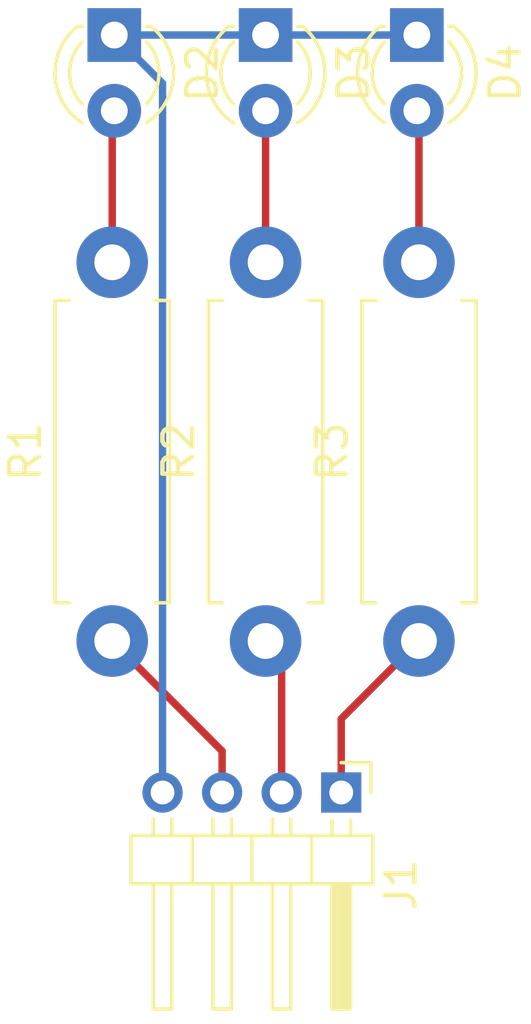
<source format=kicad_pcb>
(kicad_pcb (version 20221018) (generator pcbnew)
  (layers (0 "F.Cu" signal) (31 "B.Cu" signal) (34 "B.Paste" user) (35 "F.Paste" user) (36 "B.SilkS" user "B.Silkscreen") (37 "F.SilkS" user "F.Silkscreen") (38 "B.Mask" user) (39 "F.Mask" user) (44 "Edge.Cuts" user))
  (net 0 "")
  (net 1 "Net-(D2-K)")
  (net 2 "Net-(D2-A)")
  (net 3 "Net-(D3-A)")
  (net 4 "Net-(D4-A)")
  (net 5 "Net-(J1-Pin_1)")
  (net 6 "Net-(J1-Pin_2)")
  (net 7 "Net-(J1-Pin_3)")
  (footprint "LED_THT:LED_D3.0mm" (layer "F.Cu") (at 147.32 91.44 -90)
    (fp_text reference "D4" (at 1.27 -2.96 90) (layer "F.SilkS"))
    (fp_text value "LED")
    (fp_line (start -0.29 -1.236) (end -0.29 -1.08) (stroke (width 0.12)) (layer "F.SilkS"))
    (fp_line (start -0.29 1.08) (end -0.29 1.236) (stroke (width 0.12)) (layer "F.SilkS"))
    (fp_arc (start -0.29 -1.235516) (mid 1.366487 -1.987659) (end 2.942335 -1.078608) (stroke (width 0.12)) (layer "F.SilkS"))
    (fp_arc (start 0.229039 -1.08) (mid 1.270117 -1.5) (end 2.31113 -1.079837) (stroke (width 0.12)) (layer "F.SilkS"))
    (fp_arc (start 2.31113 1.079837) (mid 1.270117 1.5) (end 0.229039 1.08) (stroke (width 0.12)) (layer "F.SilkS"))
    (fp_arc (start 2.942335 1.078608) (mid 1.366487 1.987659) (end -0.29 1.235516) (stroke (width 0.12)) (layer "F.SilkS"))
    (pad "1" thru_hole rect (at 0 0 270) (size 1.8 1.8) (drill 0.9) (layers "*.Cu" "*.Mask") (net 1 "Net-(D2-K)"))
    (pad "2" thru_hole circle (at 2.54 0 270) (size 1.8 1.8) (drill 0.9) (layers "*.Cu" "*.Mask") (net 4 "Net-(D4-A)"))
  )
  (footprint "Resistor_THT:R_Axial_DIN0411_L9.9mm_D3.6mm_P12.70mm_Horizontal" (layer "F.Cu") (at 147.39 111.76 90)
    (fp_text reference "R3" (at 6.35 -2.92 90) (layer "F.SilkS"))
    (fp_text value "R")
    (fp_line (start 1.28 -1.92) (end 11.42 -1.92) (stroke (width 0.12)) (layer "F.SilkS"))
    (fp_line (start 1.28 -1.44) (end 1.28 -1.92) (stroke (width 0.12)) (layer "F.SilkS"))
    (fp_line (start 1.28 1.44) (end 1.28 1.92) (stroke (width 0.12)) (layer "F.SilkS"))
    (fp_line (start 1.28 1.92) (end 11.42 1.92) (stroke (width 0.12)) (layer "F.SilkS"))
    (fp_line (start 11.42 -1.92) (end 11.42 -1.44) (stroke (width 0.12)) (layer "F.SilkS"))
    (fp_line (start 11.42 1.92) (end 11.42 1.44) (stroke (width 0.12)) (layer "F.SilkS"))
    (pad "1" thru_hole circle (at 0 0 90) (size 2.4 2.4) (drill 1.2) (layers "*.Cu" "*.Mask") (net 5 "Net-(J1-Pin_1)"))
    (pad "2" thru_hole oval (at 12.7 0 90) (size 2.4 2.4) (drill 1.2) (layers "*.Cu" "*.Mask") (net 4 "Net-(D4-A)"))
  )
  (footprint "LED_THT:LED_D3.0mm" (layer "F.Cu") (at 137.16 91.44 -90)
    (fp_text reference "D2" (at 1.27 -2.96 90) (layer "F.SilkS"))
    (fp_text value "LED")
    (fp_line (start -0.29 -1.236) (end -0.29 -1.08) (stroke (width 0.12)) (layer "F.SilkS"))
    (fp_line (start -0.29 1.08) (end -0.29 1.236) (stroke (width 0.12)) (layer "F.SilkS"))
    (fp_arc (start -0.29 -1.235516) (mid 1.366487 -1.987659) (end 2.942335 -1.078608) (stroke (width 0.12)) (layer "F.SilkS"))
    (fp_arc (start 0.229039 -1.08) (mid 1.270117 -1.5) (end 2.31113 -1.079837) (stroke (width 0.12)) (layer "F.SilkS"))
    (fp_arc (start 2.31113 1.079837) (mid 1.270117 1.5) (end 0.229039 1.08) (stroke (width 0.12)) (layer "F.SilkS"))
    (fp_arc (start 2.942335 1.078608) (mid 1.366487 1.987659) (end -0.29 1.235516) (stroke (width 0.12)) (layer "F.SilkS"))
    (pad "1" thru_hole rect (at 0 0 270) (size 1.8 1.8) (drill 0.9) (layers "*.Cu" "*.Mask") (net 1 "Net-(D2-K)"))
    (pad "2" thru_hole circle (at 2.54 0 270) (size 1.8 1.8) (drill 0.9) (layers "*.Cu" "*.Mask") (net 2 "Net-(D2-A)"))
  )
  (footprint "Connector_PinHeader_2.00mm:PinHeader_1x04_P2.00mm_Horizontal" (layer "F.Cu") (at 144.78 116.84 -90)
    (fp_text reference "J1" (at 3.1 -2 90) (layer "F.SilkS"))
    (fp_text value "Conn_01x04")
    (fp_line (start -1 -1) (end 0 -1) (stroke (width 0.12)) (layer "F.SilkS"))
    (fp_line (start -1 0) (end -1 -1) (stroke (width 0.12)) (layer "F.SilkS"))
    (fp_line (start 0.882114 1.69) (end 1.44 1.69) (stroke (width 0.12)) (layer "F.SilkS"))
    (fp_line (start 0.882114 2.31) (end 1.44 2.31) (stroke (width 0.12)) (layer "F.SilkS"))
    (fp_line (start 0.882114 3.69) (end 1.44 3.69) (stroke (width 0.12)) (layer "F.SilkS"))
    (fp_line (start 0.882114 4.31) (end 1.44 4.31) (stroke (width 0.12)) (layer "F.SilkS"))
    (fp_line (start 0.882114 5.69) (end 1.44 5.69) (stroke (width 0.12)) (layer "F.SilkS"))
    (fp_line (start 0.882114 6.31) (end 1.44 6.31) (stroke (width 0.12)) (layer "F.SilkS"))
    (fp_line (start 0.935 -0.31) (end 1.44 -0.31) (stroke (width 0.12)) (layer "F.SilkS"))
    (fp_line (start 0.935 0.31) (end 1.44 0.31) (stroke (width 0.12)) (layer "F.SilkS"))
    (fp_line (start 1.44 -1.06) (end 1.44 7.06) (stroke (width 0.12)) (layer "F.SilkS"))
    (fp_line (start 1.44 1) (end 3.06 1) (stroke (width 0.12)) (layer "F.SilkS"))
    (fp_line (start 1.44 3) (end 3.06 3) (stroke (width 0.12)) (layer "F.SilkS"))
    (fp_line (start 1.44 5) (end 3.06 5) (stroke (width 0.12)) (layer "F.SilkS"))
    (fp_line (start 1.44 7.06) (end 3.06 7.06) (stroke (width 0.12)) (layer "F.SilkS"))
    (fp_line (start 3.06 -1.06) (end 1.44 -1.06) (stroke (width 0.12)) (layer "F.SilkS"))
    (fp_line (start 3.06 -0.31) (end 7.26 -0.31) (stroke (width 0.12)) (layer "F.SilkS"))
    (fp_line (start 3.06 -0.25) (end 7.26 -0.25) (stroke (width 0.12)) (layer "F.SilkS"))
    (fp_line (start 3.06 -0.13) (end 7.26 -0.13) (stroke (width 0.12)) (layer "F.SilkS"))
    (fp_line (start 3.06 -0.01) (end 7.26 -0.01) (stroke (width 0.12)) (layer "F.SilkS"))
    (fp_line (start 3.06 0.11) (end 7.26 0.11) (stroke (width 0.12)) (layer "F.SilkS"))
    (fp_line (start 3.06 0.23) (end 7.26 0.23) (stroke (width 0.12)) (layer "F.SilkS"))
    (fp_line (start 3.06 1.69) (end 7.26 1.69) (stroke (width 0.12)) (layer "F.SilkS"))
    (fp_line (start 3.06 3.69) (end 7.26 3.69) (stroke (width 0.12)) (layer "F.SilkS"))
    (fp_line (start 3.06 5.69) (end 7.26 5.69) (stroke (width 0.12)) (layer "F.SilkS"))
    (fp_line (start 3.06 7.06) (end 3.06 -1.06) (stroke (width 0.12)) (layer "F.SilkS"))
    (fp_line (start 7.26 -0.31) (end 7.26 0.31) (stroke (width 0.12)) (layer "F.SilkS"))
    (fp_line (start 7.26 0.31) (end 3.06 0.31) (stroke (width 0.12)) (layer "F.SilkS"))
    (fp_line (start 7.26 1.69) (end 7.26 2.31) (stroke (width 0.12)) (layer "F.SilkS"))
    (fp_line (start 7.26 2.31) (end 3.06 2.31) (stroke (width 0.12)) (layer "F.SilkS"))
    (fp_line (start 7.26 3.69) (end 7.26 4.31) (stroke (width 0.12)) (layer "F.SilkS"))
    (fp_line (start 7.26 4.31) (end 3.06 4.31) (stroke (width 0.12)) (layer "F.SilkS"))
    (fp_line (start 7.26 5.69) (end 7.26 6.31) (stroke (width 0.12)) (layer "F.SilkS"))
    (fp_line (start 7.26 6.31) (end 3.06 6.31) (stroke (width 0.12)) (layer "F.SilkS"))
    (pad "1" thru_hole rect (at 0 0 270) (size 1.35 1.35) (drill 0.8) (layers "*.Cu" "*.Mask") (net 5 "Net-(J1-Pin_1)"))
    (pad "2" thru_hole oval (at 0 2 270) (size 1.35 1.35) (drill 0.8) (layers "*.Cu" "*.Mask") (net 6 "Net-(J1-Pin_2)"))
    (pad "3" thru_hole oval (at 0 4 270) (size 1.35 1.35) (drill 0.8) (layers "*.Cu" "*.Mask") (net 7 "Net-(J1-Pin_3)"))
    (pad "4" thru_hole oval (at 0 6 270) (size 1.35 1.35) (drill 0.8) (layers "*.Cu" "*.Mask") (net 1 "Net-(D2-K)"))
  )
  (footprint "Resistor_THT:R_Axial_DIN0411_L9.9mm_D3.6mm_P12.70mm_Horizontal" (layer "F.Cu") (at 142.24 111.76 90)
    (fp_text reference "R2" (at 6.35 -2.92 90) (layer "F.SilkS"))
    (fp_text value "R")
    (fp_line (start 1.28 -1.92) (end 11.42 -1.92) (stroke (width 0.12)) (layer "F.SilkS"))
    (fp_line (start 1.28 -1.44) (end 1.28 -1.92) (stroke (width 0.12)) (layer "F.SilkS"))
    (fp_line (start 1.28 1.44) (end 1.28 1.92) (stroke (width 0.12)) (layer "F.SilkS"))
    (fp_line (start 1.28 1.92) (end 11.42 1.92) (stroke (width 0.12)) (layer "F.SilkS"))
    (fp_line (start 11.42 -1.92) (end 11.42 -1.44) (stroke (width 0.12)) (layer "F.SilkS"))
    (fp_line (start 11.42 1.92) (end 11.42 1.44) (stroke (width 0.12)) (layer "F.SilkS"))
    (pad "1" thru_hole circle (at 0 0 90) (size 2.4 2.4) (drill 1.2) (layers "*.Cu" "*.Mask") (net 6 "Net-(J1-Pin_2)"))
    (pad "2" thru_hole oval (at 12.7 0 90) (size 2.4 2.4) (drill 1.2) (layers "*.Cu" "*.Mask") (net 3 "Net-(D3-A)"))
  )
  (footprint "LED_THT:LED_D3.0mm" (layer "F.Cu") (at 142.24 91.44 -90)
    (fp_text reference "D3" (at 1.27 -2.96 90) (layer "F.SilkS"))
    (fp_text value "LED")
    (fp_line (start -0.29 -1.236) (end -0.29 -1.08) (stroke (width 0.12)) (layer "F.SilkS"))
    (fp_line (start -0.29 1.08) (end -0.29 1.236) (stroke (width 0.12)) (layer "F.SilkS"))
    (fp_arc (start -0.29 -1.235516) (mid 1.366487 -1.987659) (end 2.942335 -1.078608) (stroke (width 0.12)) (layer "F.SilkS"))
    (fp_arc (start 0.229039 -1.08) (mid 1.270117 -1.5) (end 2.31113 -1.079837) (stroke (width 0.12)) (layer "F.SilkS"))
    (fp_arc (start 2.31113 1.079837) (mid 1.270117 1.5) (end 0.229039 1.08) (stroke (width 0.12)) (layer "F.SilkS"))
    (fp_arc (start 2.942335 1.078608) (mid 1.366487 1.987659) (end -0.29 1.235516) (stroke (width 0.12)) (layer "F.SilkS"))
    (pad "1" thru_hole rect (at 0 0 270) (size 1.8 1.8) (drill 0.9) (layers "*.Cu" "*.Mask") (net 1 "Net-(D2-K)"))
    (pad "2" thru_hole circle (at 2.54 0 270) (size 1.8 1.8) (drill 0.9) (layers "*.Cu" "*.Mask") (net 3 "Net-(D3-A)"))
  )
  (footprint "Resistor_THT:R_Axial_DIN0411_L9.9mm_D3.6mm_P12.70mm_Horizontal" (layer "F.Cu") (at 137.09 111.76 90)
    (fp_text reference "R1" (at 6.35 -2.92 90) (layer "F.SilkS"))
    (fp_text value "R")
    (fp_line (start 1.28 -1.92) (end 11.42 -1.92) (stroke (width 0.12)) (layer "F.SilkS"))
    (fp_line (start 1.28 -1.44) (end 1.28 -1.92) (stroke (width 0.12)) (layer "F.SilkS"))
    (fp_line (start 1.28 1.44) (end 1.28 1.92) (stroke (width 0.12)) (layer "F.SilkS"))
    (fp_line (start 1.28 1.92) (end 11.42 1.92) (stroke (width 0.12)) (layer "F.SilkS"))
    (fp_line (start 11.42 -1.92) (end 11.42 -1.44) (stroke (width 0.12)) (layer "F.SilkS"))
    (fp_line (start 11.42 1.92) (end 11.42 1.44) (stroke (width 0.12)) (layer "F.SilkS"))
    (pad "1" thru_hole circle (at 0 0 90) (size 2.4 2.4) (drill 1.2) (layers "*.Cu" "*.Mask") (net 7 "Net-(J1-Pin_3)"))
    (pad "2" thru_hole oval (at 12.7 0 90) (size 2.4 2.4) (drill 1.2) (layers "*.Cu" "*.Mask") (net 2 "Net-(D2-A)"))
  )
  (segment (start 147.32 91.44) (end 142.24 91.44) (width 0.25) (layer "B.Cu") (net 1))
  (segment (start 138.78 116.84) (end 138.78 93.06) (width 0.25) (layer "B.Cu") (net 1))
  (segment (start 137.16 91.44) (end 142.24 91.44) (width 0.25) (layer "B.Cu") (net 1))
  (segment (start 138.78 93.06) (end 137.16 91.44) (width 0.25) (layer "B.Cu") (net 1))
  (segment (start 137.09 94.05) (end 137.16 93.98) (width 0.25) (layer "F.Cu") (net 2))
  (segment (start 137.09 99.06) (end 137.09 94.05) (width 0.25) (layer "F.Cu") (net 2))
  (segment (start 142.24 99.06) (end 142.24 93.98) (width 0.25) (layer "F.Cu") (net 3))
  (segment (start 147.39 99.06) (end 147.39 94.05) (width 0.25) (layer "F.Cu") (net 4))
  (segment (start 147.39 94.05) (end 147.32 93.98) (width 0.25) (layer "F.Cu") (net 4))
  (segment (start 144.78 114.37) (end 147.39 111.76) (width 0.25) (layer "F.Cu") (net 5))
  (segment (start 144.78 116.84) (end 144.78 114.37) (width 0.25) (layer "F.Cu") (net 5))
  (segment (start 142.78 112.3) (end 142.24 111.76) (width 0.25) (layer "F.Cu") (net 6))
  (segment (start 142.78 116.84) (end 142.78 112.3) (width 0.25) (layer "F.Cu") (net 6))
  (segment (start 140.78 115.45) (end 137.09 111.76) (width 0.25) (layer "F.Cu") (net 7))
  (segment (start 140.78 116.84) (end 140.78 115.45) (width 0.25) (layer "F.Cu") (net 7))
)
</source>
